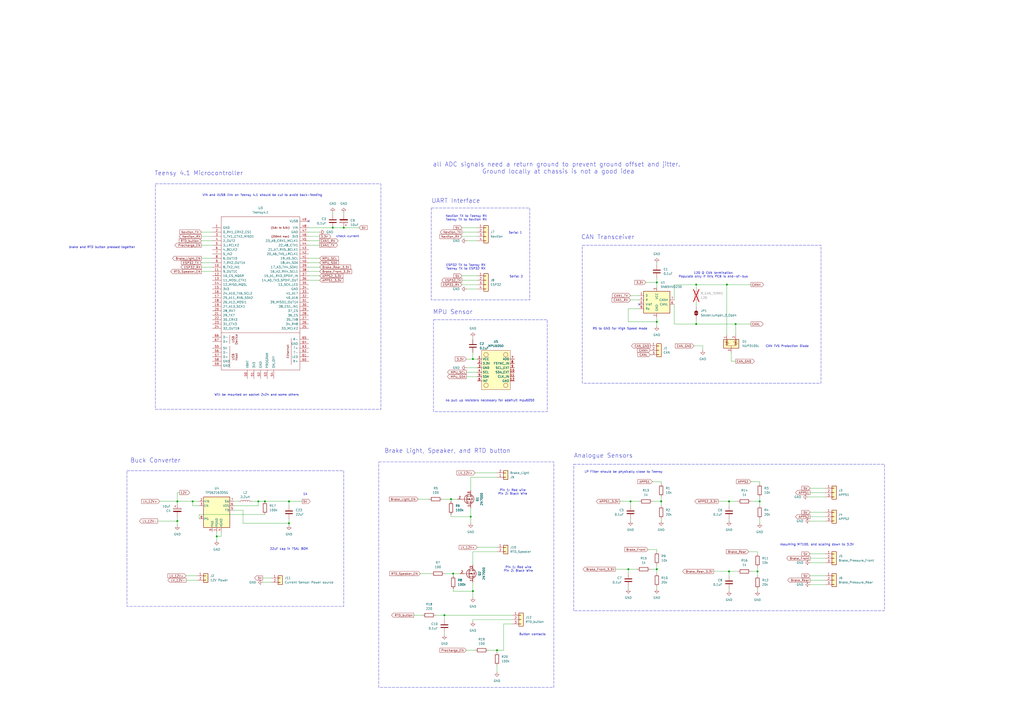
<source format=kicad_sch>
(kicad_sch (version 20250114) (generator "eeschema") (generator_version "9.0")
  (paper "A2")
  (rectangle (start 90.17 106.68) (end 220.98 237.49) (stroke (width 0) (type dash)))
  (rectangle (start 337.82 142.24) (end 476.25 222.25) (stroke (width 0) (type dash)))
  (rectangle (start 250.19 120.65) (end 307.34 173.99) (stroke (width 0) (type dash)))
  (rectangle (start 73.66 273.05) (end 199.39 351.79) (stroke (width 0) (type dash)))
  (rectangle (start 332.74 269.24) (end 513.08 354.33) (stroke (width 0) (type dash)))
  (rectangle (start 219.71 267.97) (end 321.31 398.78) (stroke (width 0) (type dash)))
  (rectangle (start 251.46 185.42) (end 317.5 238.76) (stroke (width 0) (type dash)))
  (text "brake and RTD button pressed together" (at 59.182 143.51 0) (effects (font (size 1.27 1.27))))
  (text "Nextion TX to Teensy RX\nTeensy TX to Nextion RX" (at 270.51 126.492 0) (effects (font (size 1.27 1.27))))
  (text "LP Filter should be physically close to Teensy" (at 361.696 273.812 0) (effects (font (size 1.27 1.27))))
  (text "RS to GND for High Speed mode" (at 359.664 190.754 0) (effects (font (size 1.27 1.27))))
  (text "120 Ω CAN termination\nPopulate only if this PCB is end-of-bus" (at 413.766 159.512 0) (effects (font (size 1.27 1.27))))
  (text "check current " (at 202.184 137.16 0) (effects (font (size 1.27 1.27))))
  (text "Brake Light, Speaker, and RTD button" (at 259.588 261.62 0) (effects (font (size 2.54 2.54))))
  (text "UART Interface" (at 264.414 116.586 0) (effects (font (size 2.54 2.54))))
  (text "Analogue Sensors" (at 350.012 264.414 0) (effects (font (size 2.54 2.54))))
  (text "Serial 1" (at 298.958 135.128 0) (effects (font (size 1.27 1.27))))
  (text "Button contacts" (at 308.864 368.046 0) (effects (font (size 1.27 1.27))))
  (text "MPU Sensor" (at 262.636 181.102 0) (effects (font (size 2.54 2.54))))
  (text "VIN and VUSB link on Teensy 4.1 should be cut to avoid back-feeding" (at 152.146 113.284 0) (effects (font (size 1.27 1.27))))
  (text "Serial 2" (at 299.466 160.528 0) (effects (font (size 1.27 1.27))))
  (text "no pull up resistors necessary for adafruit mpu6050" (at 284.226 232.41 0) (effects (font (size 1.27 1.27))))
  (text "22uF cap in TSAL BOM" (at 167.64 318.516 0) (effects (font (size 1.27 1.27))))
  (text "CAN TVS Protection Diode" (at 456.692 200.914 0) (effects (font (size 1.27 1.27))))
  (text "1A" (at 177.038 286.766 0) (effects (font (size 1.27 1.27))))
  (text "Will be mounted on socket 2x24 and some others" (at 148.844 229.108 0) (effects (font (size 1.27 1.27))))
  (text "Assuming M7100, and scaling down to 3.3V" (at 473.964 315.976 0) (effects (font (size 1.27 1.27))))
  (text "Pin 1: Red wire\nPin 2: Black Wire\n" (at 300.736 330.2 0) (effects (font (size 1.27 1.27))))
  (text "CAN Transceiver" (at 352.552 137.668 0) (effects (font (size 2.54 2.54))))
  (text "ESP32 TX to Teensy RX\nTeensy TX to ESP32 RX" (at 270.256 154.94 0) (effects (font (size 1.27 1.27))))
  (text "Teensy 4.1 Microcontroller" (at 115.316 100.584 0) (effects (font (size 2.54 2.54))))
  (text "Buck Converter" (at 90.17 267.208 0) (effects (font (size 2.54 2.54))))
  (text "Pin 1: Red wire\nPin 2: Black Wire\n" (at 297.434 285.496 0) (effects (font (size 1.27 1.27))))
  (text "all ADC signals need a return ground to prevent ground offset and jitter. \nGround locally at chassis is not a good idea" (at 323.85 97.536 0) (effects (font (size 2.54 2.54))))
  (junction (at 111.76 290.83))
  (junction (at 274.32 342.9))
  (junction (at 403.86 187.96))
  (junction (at 167.64 303.53))
  (junction (at 262.89 332.74))
  (junction (at 422.91 290.83))
  (junction (at 365.76 290.83))
  (junction (at 439.42 331.47))
  (junction (at 288.29 377.19))
  (junction (at 274.32 208.28))
  (junction (at 102.87 290.83))
  (junction (at 440.69 290.83))
  (junction (at 426.72 187.96))
  (junction (at 261.62 289.56))
  (junction (at 383.54 290.83))
  (junction (at 167.64 290.83))
  (junction (at 193.04 132.08))
  (junction (at 257.81 356.87))
  (junction (at 149.86 290.83))
  (junction (at 273.05 299.72))
  (junction (at 422.91 331.47))
  (junction (at 153.67 290.83))
  (junction (at 199.39 132.08))
  (junction (at 102.87 302.26))
  (junction (at 421.64 165.1))
  (junction (at 381 186.69))
  (junction (at 381 163.83))
  (junction (at 125.73 311.15))
  (junction (at 403.86 165.1))
  (junction (at 364.49 330.2))
  (junction (at 381 330.2))
  (no_connect (at 179.07 128.27))
  (no_connect (at 370.84 176.53))
  (wire (pts (xy 274.32 342.9) (xy 274.32 346.71)))
  (wire (pts (xy 407.67 200.66) (xy 407.67 203.2)))
  (wire (pts (xy 365.76 293.37) (xy 365.76 290.83)))
  (wire (pts (xy 179.07 142.24) (xy 185.42 142.24)))
  (wire (pts (xy 270.51 218.44) (xy 276.86 218.44)))
  (wire (pts (xy 440.69 279.4) (xy 440.69 280.67)))
  (wire (pts (xy 199.39 123.19) (xy 199.39 124.46)))
  (wire (pts (xy 424.18 209.55) (xy 426.72 209.55)))
  (wire (pts (xy 257.81 356.87) (xy 297.18 356.87)))
  (wire (pts (xy 364.49 332.74) (xy 364.49 330.2)))
  (wire (pts (xy 274.32 208.28) (xy 276.86 208.28)))
  (wire (pts (xy 440.69 288.29) (xy 440.69 290.83)))
  (wire (pts (xy 378.46 290.83) (xy 383.54 290.83)))
  (wire (pts (xy 179.07 149.86) (xy 185.42 149.86)))
  (wire (pts (xy 391.16 187.96) (xy 403.86 187.96)))
  (wire (pts (xy 179.07 160.02) (xy 185.42 160.02)))
  (wire (pts (xy 270.51 139.7) (xy 276.86 139.7)))
  (wire (pts (xy 273.05 294.64) (xy 273.05 299.72)))
  (wire (pts (xy 469.9 339.09) (xy 478.79 339.09)))
  (wire (pts (xy 434.34 320.04) (xy 439.42 320.04)))
  (wire (pts (xy 288.29 377.19) (xy 288.29 378.46)))
  (wire (pts (xy 257.81 332.74) (xy 262.89 332.74)))
  (wire (pts (xy 115.57 298.45) (xy 153.67 298.45)))
  (wire (pts (xy 273.05 276.86) (xy 288.29 276.86)))
  (wire (pts (xy 422.91 300.99) (xy 422.91 302.26)))
  (wire (pts (xy 402.59 200.66) (xy 407.67 200.66)))
  (wire (pts (xy 270.51 213.36) (xy 276.86 213.36)))
  (wire (pts (xy 270.51 377.19) (xy 275.59 377.19)))
  (wire (pts (xy 125.73 311.15) (xy 125.73 313.69)))
  (wire (pts (xy 274.32 204.47) (xy 274.32 208.28)))
  (wire (pts (xy 115.57 293.37) (xy 111.76 293.37)))
  (wire (pts (xy 179.07 154.94) (xy 185.42 154.94)))
  (wire (pts (xy 146.05 290.83) (xy 149.86 290.83)))
  (wire (pts (xy 469.9 323.85) (xy 478.79 323.85)))
  (wire (pts (xy 403.86 175.26) (xy 403.86 177.8)))
  (wire (pts (xy 179.07 157.48) (xy 185.42 157.48)))
  (wire (pts (xy 116.84 149.86) (xy 123.19 149.86)))
  (wire (pts (xy 267.97 165.1) (xy 276.86 165.1)))
  (wire (pts (xy 135.89 290.83) (xy 138.43 290.83)))
  (wire (pts (xy 274.32 195.58) (xy 274.32 196.85)))
  (wire (pts (xy 403.86 165.1) (xy 403.86 167.64)))
  (wire (pts (xy 240.03 356.87) (xy 245.11 356.87)))
  (wire (pts (xy 179.07 137.16) (xy 185.42 137.16)))
  (wire (pts (xy 261.62 289.56) (xy 261.62 290.83)))
  (wire (pts (xy 179.07 152.4) (xy 185.42 152.4)))
  (wire (pts (xy 274.32 327.66) (xy 274.32 320.04)))
  (wire (pts (xy 252.73 356.87) (xy 257.81 356.87)))
  (wire (pts (xy 149.86 293.37) (xy 149.86 290.83)))
  (wire (pts (xy 128.27 308.61) (xy 128.27 311.15)))
  (wire (pts (xy 381 152.4) (xy 381 153.67)))
  (wire (pts (xy 364.49 330.2) (xy 369.57 330.2)))
  (wire (pts (xy 403.86 187.96) (xy 426.72 187.96)))
  (wire (pts (xy 262.89 342.9) (xy 274.32 342.9)))
  (wire (pts (xy 381 184.15) (xy 381 186.69)))
  (wire (pts (xy 267.97 160.02) (xy 276.86 160.02)))
  (wire (pts (xy 262.89 332.74) (xy 266.7 332.74)))
  (wire (pts (xy 381 318.77) (xy 381 320.04)))
  (wire (pts (xy 274.32 337.82) (xy 274.32 342.9)))
  (wire (pts (xy 381 186.69) (xy 381 189.23)))
  (wire (pts (xy 107.95 334.01) (xy 114.3 334.01)))
  (wire (pts (xy 261.62 299.72) (xy 273.05 299.72)))
  (wire (pts (xy 128.27 311.15) (xy 125.73 311.15)))
  (wire (pts (xy 193.04 123.19) (xy 193.04 124.46)))
  (wire (pts (xy 422.91 331.47) (xy 427.99 331.47)))
  (wire (pts (xy 469.9 297.18) (xy 478.79 297.18)))
  (wire (pts (xy 167.64 300.99) (xy 167.64 303.53)))
  (wire (pts (xy 267.97 134.62) (xy 276.86 134.62)))
  (wire (pts (xy 439.42 328.93) (xy 439.42 331.47)))
  (wire (pts (xy 116.84 152.4) (xy 123.19 152.4)))
  (wire (pts (xy 469.9 285.75) (xy 478.79 285.75)))
  (wire (pts (xy 274.32 360.68) (xy 274.32 359.41)))
  (wire (pts (xy 167.64 290.83) (xy 153.67 290.83)))
  (wire (pts (xy 185.42 162.56) (xy 179.07 162.56)))
  (wire (pts (xy 292.1 361.95) (xy 297.18 361.95)))
  (wire (pts (xy 102.87 299.72) (xy 102.87 302.26)))
  (wire (pts (xy 469.9 283.21) (xy 478.79 283.21)))
  (wire (pts (xy 383.54 300.99) (xy 383.54 302.26)))
  (wire (pts (xy 257.81 359.41) (xy 257.81 356.87)))
  (wire (pts (xy 179.07 132.08) (xy 193.04 132.08)))
  (wire (pts (xy 381 330.2) (xy 381 332.74)))
  (wire (pts (xy 365.76 171.45) (xy 370.84 171.45)))
  (wire (pts (xy 288.29 377.19) (xy 292.1 377.19)))
  (wire (pts (xy 422.91 334.01) (xy 422.91 331.47)))
  (wire (pts (xy 135.89 295.91) (xy 140.97 295.91)))
  (wire (pts (xy 426.72 187.96) (xy 426.72 194.31)))
  (wire (pts (xy 383.54 279.4) (xy 383.54 280.67)))
  (wire (pts (xy 167.64 293.37) (xy 167.64 290.83)))
  (wire (pts (xy 383.54 290.83) (xy 383.54 293.37)))
  (wire (pts (xy 364.49 179.07) (xy 364.49 186.69)))
  (wire (pts (xy 440.69 290.83) (xy 440.69 293.37)))
  (wire (pts (xy 267.97 132.08) (xy 276.86 132.08)))
  (wire (pts (xy 439.42 320.04) (xy 439.42 321.31)))
  (wire (pts (xy 365.76 290.83) (xy 370.84 290.83)))
  (wire (pts (xy 273.05 299.72) (xy 273.05 303.53)))
  (wire (pts (xy 115.57 298.45) (xy 115.57 300.99)))
  (wire (pts (xy 469.9 334.01) (xy 478.79 334.01)))
  (wire (pts (xy 167.64 290.83) (xy 175.26 290.83)))
  (wire (pts (xy 365.76 173.99) (xy 370.84 173.99)))
  (wire (pts (xy 364.49 340.36) (xy 364.49 341.63)))
  (wire (pts (xy 167.64 303.53) (xy 167.64 304.8)))
  (wire (pts (xy 267.97 137.16) (xy 276.86 137.16)))
  (wire (pts (xy 102.87 285.75) (xy 102.87 290.83)))
  (wire (pts (xy 140.97 303.53) (xy 167.64 303.53)))
  (wire (pts (xy 391.16 173.99) (xy 391.16 165.1)))
  (wire (pts (xy 116.84 142.24) (xy 123.19 142.24)))
  (wire (pts (xy 381 340.36) (xy 381 341.63)))
  (wire (pts (xy 116.84 154.94) (xy 123.19 154.94)))
  (wire (pts (xy 435.61 331.47) (xy 439.42 331.47)))
  (wire (pts (xy 274.32 359.41) (xy 297.18 359.41)))
  (wire (pts (xy 102.87 290.83) (xy 111.76 290.83)))
  (wire (pts (xy 469.9 302.26) (xy 478.79 302.26)))
  (wire (pts (xy 383.54 288.29) (xy 383.54 290.83)))
  (wire (pts (xy 135.89 293.37) (xy 149.86 293.37)))
  (wire (pts (xy 91.44 302.26) (xy 102.87 302.26)))
  (wire (pts (xy 273.05 284.48) (xy 273.05 276.86)))
  (wire (pts (xy 370.84 179.07) (xy 364.49 179.07)))
  (wire (pts (xy 257.81 367.03) (xy 257.81 368.3)))
  (wire (pts (xy 356.87 330.2) (xy 364.49 330.2)))
  (wire (pts (xy 391.16 165.1) (xy 403.86 165.1)))
  (wire (pts (xy 435.61 279.4) (xy 440.69 279.4)))
  (wire (pts (xy 439.42 331.47) (xy 439.42 334.01)))
  (wire (pts (xy 292.1 377.19) (xy 292.1 361.95)))
  (wire (pts (xy 262.89 342.9) (xy 262.89 341.63)))
  (wire (pts (xy 378.46 279.4) (xy 383.54 279.4)))
  (wire (pts (xy 102.87 292.1) (xy 102.87 290.83)))
  (wire (pts (xy 435.61 290.83) (xy 440.69 290.83)))
  (wire (pts (xy 469.9 326.39) (xy 478.79 326.39)))
  (wire (pts (xy 152.4 335.28) (xy 157.48 335.28)))
  (wire (pts (xy 270.51 215.9) (xy 276.86 215.9)))
  (wire (pts (xy 152.4 337.82) (xy 157.48 337.82)))
  (wire (pts (xy 381 327.66) (xy 381 330.2)))
  (wire (pts (xy 276.86 317.5) (xy 288.29 317.5)))
  (wire (pts (xy 403.86 187.96) (xy 403.86 185.42)))
  (wire (pts (xy 92.71 290.83) (xy 102.87 290.83)))
  (wire (pts (xy 421.64 165.1) (xy 421.64 194.31)))
  (wire (pts (xy 261.62 289.56) (xy 265.43 289.56)))
  (wire (pts (xy 111.76 290.83) (xy 115.57 290.83)))
  (wire (pts (xy 403.86 165.1) (xy 421.64 165.1)))
  (wire (pts (xy 149.86 290.83) (xy 153.67 290.83)))
  (wire (pts (xy 102.87 302.26) (xy 102.87 304.8)))
  (wire (pts (xy 270.51 167.64) (xy 276.86 167.64)))
  (wire (pts (xy 424.18 204.47) (xy 424.18 209.55)))
  (wire (pts (xy 469.9 321.31) (xy 478.79 321.31)))
  (wire (pts (xy 116.84 137.16) (xy 123.19 137.16)))
  (wire (pts (xy 426.72 187.96) (xy 435.61 187.96)))
  (wire (pts (xy 364.49 186.69) (xy 381 186.69)))
  (wire (pts (xy 242.57 289.56) (xy 248.92 289.56)))
  (wire (pts (xy 359.41 290.83) (xy 365.76 290.83)))
  (wire (pts (xy 374.65 163.83) (xy 381 163.83)))
  (wire (pts (xy 440.69 300.99) (xy 440.69 303.53)))
  (wire (pts (xy 256.54 289.56) (xy 261.62 289.56)))
  (wire (pts (xy 414.02 331.47) (xy 422.91 331.47)))
  (wire (pts (xy 179.07 139.7) (xy 185.42 139.7)))
  (wire (pts (xy 468.63 288.29) (xy 478.79 288.29)))
  (wire (pts (xy 365.76 300.99) (xy 365.76 302.26)))
  (wire (pts (xy 469.9 299.72) (xy 478.79 299.72)))
  (wire (pts (xy 288.29 389.89) (xy 288.29 386.08)))
  (wire (pts (xy 422.91 293.37) (xy 422.91 290.83)))
  (wire (pts (xy 275.59 274.32) (xy 288.29 274.32)))
  (wire (pts (xy 261.62 299.72) (xy 261.62 298.45)))
  (wire (pts (xy 140.97 295.91) (xy 140.97 303.53)))
  (wire (pts (xy 199.39 132.08) (xy 208.28 132.08)))
  (wire (pts (xy 377.19 330.2) (xy 381 330.2)))
  (wire (pts (xy 107.95 336.55) (xy 114.3 336.55)))
  (wire (pts (xy 270.51 208.28) (xy 274.32 208.28)))
  (wire (pts (xy 283.21 377.19) (xy 288.29 377.19)))
  (wire (pts (xy 274.32 320.04) (xy 288.29 320.04)))
  (wire (pts (xy 193.04 132.08) (xy 199.39 132.08)))
  (wire (pts (xy 469.9 336.55) (xy 478.79 336.55)))
  (wire (pts (xy 381 163.83) (xy 381 166.37)))
  (wire (pts (xy 421.64 165.1) (xy 435.61 165.1)))
  (wire (pts (xy 375.92 318.77) (xy 381 318.77)))
  (wire (pts (xy 439.42 341.63) (xy 439.42 342.9)))
  (wire (pts (xy 267.97 162.56) (xy 276.86 162.56)))
  (wire (pts (xy 416.56 290.83) (xy 422.91 290.83)))
  (wire (pts (xy 381 161.29) (xy 381 163.83)))
  (wire (pts (xy 116.84 157.48) (xy 123.19 157.48)))
  (wire (pts (xy 391.16 176.53) (xy 391.16 187.96)))
  (wire (pts (xy 243.84 332.74) (xy 250.19 332.74)))
  (wire (pts (xy 125.73 308.61) (xy 125.73 311.15)))
  (wire (pts (xy 422.91 341.63) (xy 422.91 342.9)))
  (wire (pts (xy 179.07 134.62) (xy 185.42 134.62)))
  (wire (pts (xy 104.14 285.75) (xy 102.87 285.75)))
  (wire (pts (xy 116.84 134.62) (xy 123.19 134.62)))
  (wire (pts (xy 111.76 293.37) (xy 111.76 290.83)))
  (wire (pts (xy 116.84 139.7) (xy 123.19 139.7)))
  (wire (pts (xy 422.91 290.83) (xy 427.99 290.83)))
  (wire (pts (xy 262.89 332.74) (xy 262.89 334.01)))
  (global_label "APPS2" (shape input) (at 435.61 279.4 180) (property "Intersheetrefs" "${INTERSHEET_REFS}" (effects (hide yes))))
  (global_label "MPU_SCL" (shape output) (at 270.51 215.9 180) (property "Intersheetrefs" "${INTERSHEET_REFS}" (effects (hide yes))))
  (global_label "APPS2_3.3V" (shape input) (at 185.42 160.02 0) (property "Intersheetrefs" "${INTERSHEET_REFS}" (effects (hide yes))))
  (global_label "Precharge_EN" (shape output) (at 116.84 142.24 180) (property "Intersheetrefs" "${INTERSHEET_REFS}" (effects (hide yes))))
  (global_label "APPS2" (shape output) (at 469.9 299.72 180) (property "Intersheetrefs" "${INTERSHEET_REFS}" (effects (hide yes))))
  (global_label "APPS1_3.3V" (shape output) (at 359.41 290.83 180) (property "Intersheetrefs" "${INTERSHEET_REFS}" (effects (hide yes))))
  (global_label "CANL" (shape input) (at 377.19 205.74 180) (property "Intersheetrefs" "${INTERSHEET_REFS}" (effects (hide yes))))
  (global_label "3.3V" (shape output) (at 185.42 137.16 0) (property "Intersheetrefs" "${INTERSHEET_REFS}" (effects (hide yes))))
  (global_label "LV_12V+" (shape input) (at 275.59 274.32 180) (property "Intersheetrefs" "${INTERSHEET_REFS}" (effects (hide yes))))
  (global_label "CAN_GND" (shape input) (at 402.59 200.66 180) (property "Intersheetrefs" "${INTERSHEET_REFS}" (effects (hide yes))))
  (global_label "5V" (shape input) (at 469.9 283.21 180) (property "Intersheetrefs" "${INTERSHEET_REFS}" (effects (hide yes))))
  (global_label "LV_12V+" (shape input) (at 276.86 317.5 180) (property "Intersheetrefs" "${INTERSHEET_REFS}" (effects (hide yes))))
  (global_label "ESP32_RX" (shape output) (at 116.84 154.94 180) (property "Intersheetrefs" "${INTERSHEET_REFS}" (effects (hide yes))))
  (global_label "APPS2_3.3V" (shape output) (at 416.56 290.83 180) (property "Intersheetrefs" "${INTERSHEET_REFS}" (effects (hide yes))))
  (global_label "Brake_Front" (shape input) (at 375.92 318.77 180) (property "Intersheetrefs" "${INTERSHEET_REFS}" (effects (hide yes))))
  (global_label "LV_12V-" (shape output) (at 107.95 336.55 180) (property "Intersheetrefs" "${INTERSHEET_REFS}" (effects (hide yes))))
  (global_label "LV_12V+" (shape input) (at 92.71 290.83 180) (property "Intersheetrefs" "${INTERSHEET_REFS}" (effects (hide yes))))
  (global_label "5V" (shape input) (at 469.9 297.18 180) (property "Intersheetrefs" "${INTERSHEET_REFS}" (effects (hide yes))))
  (global_label "MPU_SCL" (shape input) (at 185.42 149.86 0) (property "Intersheetrefs" "${INTERSHEET_REFS}" (effects (hide yes))))
  (global_label "5V" (shape output) (at 152.4 335.28 180) (property "Intersheetrefs" "${INTERSHEET_REFS}" (effects (hide yes))))
  (global_label "LV_12V-" (shape output) (at 91.44 302.26 180) (property "Intersheetrefs" "${INTERSHEET_REFS}" (effects (hide yes))))
  (global_label "Brake_Rear" (shape output) (at 469.9 336.55 180) (property "Intersheetrefs" "${INTERSHEET_REFS}" (effects (hide yes))))
  (global_label "Nextion_TX" (shape input) (at 116.84 134.62 180) (property "Intersheetrefs" "${INTERSHEET_REFS}" (effects (hide yes))))
  (global_label "Brake_Light_EN" (shape output) (at 116.84 149.86 180) (property "Intersheetrefs" "${INTERSHEET_REFS}" (effects (hide yes))))
  (global_label "Brake_Rear" (shape input) (at 434.34 320.04 180) (property "Intersheetrefs" "${INTERSHEET_REFS}" (effects (hide yes))))
  (global_label "ESP32_TX" (shape output) (at 267.97 162.56 180) (property "Intersheetrefs" "${INTERSHEET_REFS}" (effects (hide yes))))
  (global_label "MPU_SDA" (shape input) (at 185.42 152.4 0) (property "Intersheetrefs" "${INTERSHEET_REFS}" (effects (hide yes))))
  (global_label "12V" (shape output) (at 104.14 285.75 0) (property "Intersheetrefs" "${INTERSHEET_REFS}" (effects (hide yes))))
  (global_label "ESP32_RX" (shape input) (at 267.97 165.1 180) (property "Intersheetrefs" "${INTERSHEET_REFS}" (effects (hide yes))))
  (global_label "Brake_Rear_3.3V" (shape output) (at 414.02 331.47 180) (property "Intersheetrefs" "${INTERSHEET_REFS}" (effects (hide yes))))
  (global_label "5V" (shape output) (at 175.26 290.83 0) (property "Intersheetrefs" "${INTERSHEET_REFS}" (effects (hide yes))))
  (global_label "CANL" (shape output) (at 435.61 187.96 0) (property "Intersheetrefs" "${INTERSHEET_REFS}" (effects (hide yes))))
  (global_label "CAN1_TX" (shape input) (at 365.76 171.45 180) (property "Intersheetrefs" "${INTERSHEET_REFS}" (effects (hide yes))))
  (global_label "MPU_SDA" (shape output) (at 270.51 218.44 180) (property "Intersheetrefs" "${INTERSHEET_REFS}" (effects (hide yes))))
  (global_label "3.3V" (shape input) (at 270.51 208.28 180) (property "Intersheetrefs" "${INTERSHEET_REFS}" (effects (hide yes))))
  (global_label "Brake_Front" (shape output) (at 469.9 323.85 180) (property "Intersheetrefs" "${INTERSHEET_REFS}" (effects (hide yes))))
  (global_label "Nextion_TX" (shape output) (at 267.97 134.62 180) (property "Intersheetrefs" "${INTERSHEET_REFS}" (effects (hide yes))))
  (global_label "Brake_Light_EN" (shape input) (at 242.57 289.56 180) (property "Intersheetrefs" "${INTERSHEET_REFS}" (effects (hide yes))))
  (global_label "Brake_Front_3.3V" (shape output) (at 356.87 330.2 180) (property "Intersheetrefs" "${INTERSHEET_REFS}" (effects (hide yes))))
  (global_label "ESP32_TX" (shape input) (at 116.84 152.4 180) (property "Intersheetrefs" "${INTERSHEET_REFS}" (effects (hide yes))))
  (global_label "RTD_Speaker_EN" (shape input) (at 243.84 332.74 180) (property "Intersheetrefs" "${INTERSHEET_REFS}" (effects (hide yes))))
  (global_label "RTD_button" (shape output) (at 240.03 356.87 180) (property "Intersheetrefs" "${INTERSHEET_REFS}" (effects (hide yes))))
  (global_label "CANH" (shape input) (at 377.19 203.2 180) (property "Intersheetrefs" "${INTERSHEET_REFS}" (effects (hide yes))))
  (global_label "5V" (shape input) (at 267.97 160.02 180) (property "Intersheetrefs" "${INTERSHEET_REFS}" (effects (hide yes))))
  (global_label "APPS1" (shape input) (at 378.46 279.4 180) (property "Intersheetrefs" "${INTERSHEET_REFS}" (effects (hide yes))))
  (global_label "Brake_Front_3.3V" (shape input) (at 185.42 157.48 0) (property "Intersheetrefs" "${INTERSHEET_REFS}" (effects (hide yes))))
  (global_label "CAN_GND" (shape output) (at 377.19 200.66 180) (property "Intersheetrefs" "${INTERSHEET_REFS}" (effects (hide yes))))
  (global_label "RTD_Speaker_EN" (shape output) (at 116.84 157.48 180) (property "Intersheetrefs" "${INTERSHEET_REFS}" (effects (hide yes))))
  (global_label "Nextion_RX" (shape output) (at 116.84 137.16 180) (property "Intersheetrefs" "${INTERSHEET_REFS}" (effects (hide yes))))
  (global_label "5V" (shape input) (at 469.9 321.31 180) (property "Intersheetrefs" "${INTERSHEET_REFS}" (effects (hide yes))))
  (global_label "CAN1_TX" (shape output) (at 185.42 142.24 0) (property "Intersheetrefs" "${INTERSHEET_REFS}" (effects (hide yes))))
  (global_label "CAN1_RX" (shape input) (at 365.76 173.99 180) (property "Intersheetrefs" "${INTERSHEET_REFS}" (effects (hide yes))))
  (global_label "CAN1_RX" (shape output) (at 185.42 139.7 0) (property "Intersheetrefs" "${INTERSHEET_REFS}" (effects (hide yes))))
  (global_label "5V" (shape input) (at 267.97 132.08 180) (property "Intersheetrefs" "${INTERSHEET_REFS}" (effects (hide yes))))
  (global_label "APPS1_3.3V" (shape input) (at 185.42 162.56 0) (property "Intersheetrefs" "${INTERSHEET_REFS}" (effects (hide yes))))
  (global_label "CANH" (shape output) (at 435.61 165.1 0) (property "Intersheetrefs" "${INTERSHEET_REFS}" (effects (hide yes))))
  (global_label "3.3V" (shape input) (at 374.65 163.83 180) (property "Intersheetrefs" "${INTERSHEET_REFS}" (effects (hide yes))))
  (global_label "RTD_button" (shape input) (at 116.84 139.7 180) (property "Intersheetrefs" "${INTERSHEET_REFS}" (effects (hide yes))))
  (global_label "LV_12V+" (shape input) (at 107.95 334.01 180) (property "Intersheetrefs" "${INTERSHEET_REFS}" (effects (hide yes))))
  (global_label "Nextion_RX" (shape input) (at 267.97 137.16 180) (property "Intersheetrefs" "${INTERSHEET_REFS}" (effects (hide yes))))
  (global_label "APPS1" (shape output) (at 469.9 285.75 180) (property "Intersheetrefs" "${INTERSHEET_REFS}" (effects (hide yes))))
  (global_label "CAN_GND" (shape output) (at 426.72 209.55 0) (property "Intersheetrefs" "${INTERSHEET_REFS}" (effects (hide yes))))
  (global_label "5V" (shape input) (at 208.28 132.08 0) (property "Intersheetrefs" "${INTERSHEET_REFS}" (effects (hide yes))))
  (global_label "Precharge_EN" (shape input) (at 270.51 377.19 180) (property "Intersheetrefs" "${INTERSHEET_REFS}" (effects (hide yes))))
  (global_label "Brake_Rear_3.3V" (shape input) (at 185.42 154.94 0) (property "Intersheetrefs" "${INTERSHEET_REFS}" (effects (hide yes))))
  (global_label "5V" (shape input) (at 469.9 334.01 180) (property "Intersheetrefs" "${INTERSHEET_REFS}" (effects (hide yes))))
  (symbol (lib_id "power:GND") (at 422.91 342.9 0) (unit 1)
    (property "Reference" "#PWR024" (effects (hide yes)))
    (property "Value" "GND" (at 422.91 347.98 0))
    (property "Description" "Power symbol creates a global label with name \"GND\" , ground" (effects (hide yes)))
  )
  (symbol (lib_id "Connector_Generic:Conn_01x04") (at 281.94 162.56 0) (unit 1)
    (property "Reference" "J8" (at 284.48 162.5599 0) (effects (justify left)))
    (property "Value" "ESP32" (at 284.48 165.0999 0) (effects (justify left)))
    (property "Footprint" "Connector_JST:JST_XH_B4B-XH-A_1x04_P2.50mm_Vertical" (effects (hide yes)))
    (property "Datasheet" "https://www.jst-mfg.com/product/pdf/eng/eXH.pdf" (effects (hide yes)))
    (property "Description" "Generic connector, single row, 01x04, script generated (kicad-library-utils/schlib/autogen/connector/)" (effects (hide yes)))
    (property "Part Number" "B4B-XH-A" (effects (hide yes)))
  )
  (symbol (lib_id "Device:R") (at 261.62 294.64 180) (unit 1)
    (property "Reference" "R6" (at 264.16 293.3699 0) (effects (justify right)))
    (property "Value" "100k" (at 264.16 295.9099 0) (effects (justify right)))
    (property "Footprint" "Resistor_THT:R_Axial_DIN0207_L6.3mm_D2.5mm_P10.16mm_Horizontal" (effects (hide yes)))
    (property "Datasheet" "https://www.farnell.com/datasheets/3436052.pdf?_gl=1*1pxxutc*_gcl_au*OTY1ODIxNDc3LjE3MzU0MDg2OTk" (effects (hide yes)))
    (property "Description" "Resistor" (effects (hide yes)))
    (property "Part Number" "MCF 0.25W 100K" (effects (hide yes)))
  )
  (symbol (lib_id "power:GND") (at 125.73 313.69 0) (unit 1)
    (property "Reference" "#PWR026" (effects (hide yes)))
    (property "Value" "GND" (at 125.73 318.77 0))
    (property "Description" "Power symbol creates a global label with name \"GND\" , ground" (effects (hide yes)))
  )
  (symbol (lib_id "power:GND") (at 381 341.63 0) (unit 1)
    (property "Reference" "#PWR019" (effects (hide yes)))
    (property "Value" "GND" (at 381 346.71 0))
    (property "Description" "Power symbol creates a global label with name \"GND\" , ground" (effects (hide yes)))
  )
  (symbol (lib_id "Connector_Generic:Conn_01x02") (at 162.56 335.28 0) (unit 1)
    (property "Reference" "J11" (at 165.1 335.2799 0) (effects (justify left)))
    (property "Value" "Current Sensor Power source" (at 165.1 337.8199 0) (effects (justify left)))
    (property "Footprint" "Connector_JST:JST_XH_B2B-XH-A_1x02_P2.50mm_Vertical" (effects (hide yes)))
    (property "Datasheet" "https://www.jst-mfg.com/product/pdf/eng/eXH.pdf" (effects (hide yes)))
    (property "Description" "Generic connector, single row, 01x02, script generated (kicad-library-utils/schlib/autogen/connector/)" (effects (hide yes)))
    (property "Part Number" "B2B-XH-A" (effects (hide yes)))
  )
  (symbol (lib_id "Device:C") (at 365.76 297.18 0) (mirror y) (unit 1)
    (property "Reference" "C5" (at 361.95 295.9099 0) (effects (justify left)))
    (property "Value" "0.1uF" (at 361.95 298.4499 0) (effects (justify left)))
    (property "Footprint" "FA14_Capacitor:FA18X7R1H104KNU00" (effects (hide yes)))
    (property "Datasheet" "http://www.farnell.com/datasheets/2923220.pdf" (effects (hide yes)))
    (property "Description" "Unpolarized capacitor" (effects (hide yes)))
  )
  (symbol (lib_id "power:GND") (at 270.51 167.64 270) (unit 1)
    (property "Reference" "#PWR05" (effects (hide yes)))
    (property "Value" "GND" (at 266.7 167.6399 90) (effects (justify right)))
    (property "Description" "Power symbol creates a global label with name \"GND\" , ground" (effects (hide yes)))
  )
  (symbol (lib_id "power:GND") (at 193.04 123.19 0) (mirror x) (unit 1)
    (property "Reference" "#PWR014" (effects (hide yes)))
    (property "Value" "GND" (at 193.04 118.11 0))
    (property "Description" "Power symbol creates a global label with name \"GND\" , ground" (effects (hide yes)))
  )
  (symbol (lib_id "Device:R") (at 262.89 337.82 180) (unit 1)
    (property "Reference" "R8" (at 265.43 336.5499 0) (effects (justify right)))
    (property "Value" "100k" (at 265.43 339.0899 0) (effects (justify right)))
    (property "Footprint" "Resistor_THT:R_Axial_DIN0207_L6.3mm_D2.5mm_P10.16mm_Horizontal" (effects (hide yes)))
    (property "Datasheet" "https://www.farnell.com/datasheets/3436052.pdf?_gl=1*1pxxutc*_gcl_au*OTY1ODIxNDc3LjE3MzU0MDg2OTk" (effects (hide yes)))
    (property "Description" "Resistor" (effects (hide yes)))
    (property "Part Number" "MCF 0.25W 100K" (effects (hide yes)))
  )
  (symbol (lib_id "power:GND") (at 469.9 302.26 270) (unit 1)
    (property "Reference" "#PWR08" (effects (hide yes)))
    (property "Value" "GND" (at 466.09 302.2599 90) (effects (justify right)))
    (property "Description" "Power symbol creates a global label with name \"GND\" , ground" (effects (hide yes)))
  )
  (symbol (lib_id "Device:R") (at 431.8 290.83 90) (unit 1)
    (property "Reference" "R14" (at 431.8 284.48 90))
    (property "Value" "1k" (at 431.8 287.02 90))
    (property "Footprint" "Resistor_THT:R_Axial_DIN0207_L6.3mm_D2.5mm_P10.16mm_Horizontal" (effects (hide yes)))
    (property "Datasheet" "https://www.farnell.com/datasheets/3436052.pdf?_gl=1*1pxxutc*_gcl_au*OTY1ODIxNDc3LjE3MzU0MDg2OTk" (effects (hide yes)))
    (property "Description" "Resistor" (effects (hide yes)))
    (property "Part Number" "MCF 0.25W 1K" (effects (hide yes)))
  )
  (symbol (lib_id "power:GND") (at 270.51 213.36 270) (unit 1)
    (property "Reference" "#PWR012" (effects (hide yes)))
    (property "Value" "GND" (at 266.7 213.3599 90) (effects (justify right)))
    (property "Description" "Power symbol creates a global label with name \"GND\" , ground" (effects (hide yes)))
  )
  (symbol (lib_id "Jumper:SolderJumper_2_Open") (at 403.86 181.61 90) (unit 1) (in_bom no)
    (property "Reference" "JP1" (at 406.4 180.3399 90) (effects (justify right)))
    (property "Value" "SolderJumper_2_Open" (at 406.4 182.8799 90) (effects (justify right)))
    (property "Footprint" "Jumper:SolderJumper-2_P1.3mm_Open_Pad1.0x1.5mm" (effects (hide yes)))
    (property "Description" "Solder Jumper, 2-pole, open" (effects (hide yes)))
  )
  (symbol (lib_id "power:GND") (at 274.32 195.58 180) (unit 1)
    (property "Reference" "#PWR013" (effects (hide yes)))
    (property "Value" "GND" (at 274.32 190.5 0))
    (property "Description" "Power symbol creates a global label with name \"GND\" , ground" (effects (hide yes)))
  )
  (symbol (lib_id "power:GND") (at 407.67 203.2 0) (unit 1)
    (property "Reference" "#PWR03" (effects (hide yes)))
    (property "Value" "GND" (at 407.67 208.28 0))
    (property "Description" "Power symbol creates a global label with name \"GND\" , ground" (effects (hide yes)))
  )
  (symbol (lib_id "Device:R") (at 440.69 297.18 0) (unit 1)
    (property "Reference" "R4" (at 443.23 295.9099 0) (effects (justify left)))
    (property "Value" "20k" (at 443.23 298.4499 0) (effects (justify left)))
    (property "Footprint" "Resistor_THT:R_Axial_DIN0207_L6.3mm_D2.5mm_P10.16mm_Horizontal" (effects (hide yes)))
    (property "Datasheet" "https://www.mouser.ie/datasheet/2/447/YAGEO_CFR_datasheet_2023v2-3388672.pdf" (effects (hide yes)))
    (property "Description" "Resistor" (effects (hide yes)))
    (property "Part Number" "CFR25SJT-52A20K" (effects (hide yes)))
  )
  (symbol (lib_id "Connector_Generic:Conn_01x02") (at 119.38 334.01 0) (unit 1)
    (property "Reference" "J2" (at 121.92 334.0099 0) (effects (justify left)))
    (property "Value" "12V Power" (at 121.92 336.5499 0) (effects (justify left)))
    (property "Footprint" "Connector_JST:JST_XH_B2B-XH-A_1x02_P2.50mm_Vertical" (effects (hide yes)))
    (property "Datasheet" "https://www.jst-mfg.com/product/pdf/eng/eXH.pdf" (effects (hide yes)))
    (property "Description" "Generic connector, single row, 01x02, script generated (kicad-library-utils/schlib/autogen/connector/)" (effects (hide yes)))
    (property "Part Number" "B2B-XH-A" (effects (hide yes)))
  )
  (symbol (lib_id "Device:R") (at 254 332.74 90) (unit 1)
    (property "Reference" "R7" (at 254 326.39 90))
    (property "Value" "100" (at 254 328.93 90))
    (property "Footprint" "Resistor_THT:R_Axial_DIN0207_L6.3mm_D2.5mm_P10.16mm_Horizontal" (effects (hide yes)))
    (property "Datasheet" "https://www.farnell.com/datasheets/3436052.pdf?_gl=1*1pxxutc*_gcl_au*OTY1ODIxNDc3LjE3MzU0MDg2OTk" (effects (hide yes)))
    (property "Description" "Resistor" (effects (hide yes)))
    (property "Part Number" "MCF 0.25W 100" (effects (hide yes)))
  )
  (symbol (lib_id "Device:C_Polarized") (at 102.87 295.91 0) (unit 1)
    (property "Reference" "C4" (at 99.06 296.2911 0) (effects (justify right)))
    (property "Value" "10uF" (at 99.06 293.7511 0) (effects (justify right)))
    (property "Footprint" "Capacitor_THT:CP_Radial_D5.0mm_P2.50mm" (effects (hide yes)))
    (property "Datasheet" "https://industrial.panasonic.com/cdbs/www-data/pdf/RDF0000/ABA0000C1050.pdf" (effects (hide yes)))
    (property "Description" "Polarized capacitor" (effects (hide yes)))
    (property "Part Number" "ECE-A1EKA100I" (effects (hide yes)))
  )
  (symbol (lib_id "teensy:Teensy4.1") (at 151.13 186.69 0) (unit 1)
    (property "Reference" "U3" (at 151.13 120.65 0))
    (property "Value" "Teensy4.1" (at 151.13 123.19 0))
    (property "Footprint" "teensy.pretty-master:Teensy41" (effects (hide yes)))
  )
  (symbol (lib_id "power:GND") (at 185.42 134.62 90) (unit 1)
    (property "Reference" "#PWR04" (effects (hide yes)))
    (property "Value" "GND" (at 189.23 134.6199 90) (effects (justify right)))
    (property "Description" "Power symbol creates a global label with name \"GND\" , ground" (effects (hide yes)))
  )
  (symbol (lib_id "power:GND") (at 469.9 339.09 270) (unit 1)
    (property "Reference" "#PWR018" (effects (hide yes)))
    (property "Value" "GND" (at 466.09 339.0899 90) (effects (justify right)))
    (property "Description" "Power symbol creates a global label with name \"GND\" , ground" (effects (hide yes)))
  )
  (symbol (lib_id "Connector_Generic:Conn_01x03") (at 483.87 323.85 0) (unit 1)
    (property "Reference" "J5" (at 486.41 322.5799 0) (effects (justify left)))
    (property "Value" "Brake_Pressure_Front" (at 486.41 325.1199 0) (effects (justify left)))
    (property "Footprint" "Connector_JST:JST_XH_B3B-XH-A_1x03_P2.50mm_Vertical" (effects (hide yes)))
    (property "Datasheet" "https://www.jst-mfg.com/product/pdf/eng/eXH.pdf" (effects (hide yes)))
    (property "Description" "Generic connector, single row, 01x03, script generated (kicad-library-utils/schlib/autogen/connector/)" (effects (hide yes)))
    (property "Part Number" "B3B-XH-A" (effects (hide yes)))
  )
  (symbol (lib_id "power:GND") (at 257.81 368.3 0) (unit 1)
    (property "Reference" "#PWR028" (effects (hide yes)))
    (property "Value" "GND" (at 257.81 373.38 0))
    (property "Description" "Power symbol creates a global label with name \"GND\" , ground" (effects (hide yes)))
  )
  (symbol (lib_id "power:GND") (at 199.39 123.19 180) (unit 1)
    (property "Reference" "#PWR015" (effects (hide yes)))
    (property "Value" "GND" (at 199.39 118.11 0))
    (property "Description" "Power symbol creates a global label with name \"GND\" , ground" (effects (hide yes)))
  )
  (symbol (lib_id "Device:R") (at 153.67 294.64 0) (unit 1)
    (property "Reference" "R17" (at 156.21 293.3699 0) (effects (justify left)))
    (property "Value" "100k" (at 156.21 295.9099 0) (effects (justify left)))
    (property "Footprint" "Resistor_THT:R_Axial_DIN0207_L6.3mm_D2.5mm_P10.16mm_Horizontal" (effects (hide yes)))
    (property "Datasheet" "https://www.farnell.com/datasheets/3436052.pdf?_gl=1*1pxxutc*_gcl_au*OTY1ODIxNDc3LjE3MzU0MDg2OTk" (effects (hide yes)))
    (property "Description" "Resistor" (effects (hide yes)))
    (property "Part Number" "MCF 0.25W 100k" (effects (hide yes)))
  )
  (symbol (lib_id "Device:R") (at 431.8 331.47 90) (unit 1)
    (property "Reference" "R16" (at 431.8 325.12 90))
    (property "Value" "1k" (at 431.8 327.66 90))
    (property "Footprint" "Resistor_THT:R_Axial_DIN0207_L6.3mm_D2.5mm_P10.16mm_Horizontal" (effects (hide yes)))
    (property "Datasheet" "https://www.farnell.com/datasheets/3436052.pdf?_gl=1*1pxxutc*_gcl_au*OTY1ODIxNDc3LjE3MzU0MDg2OTk" (effects (hide yes)))
    (property "Description" "Resistor" (effects (hide yes)))
    (property "Part Number" "MCF 0.25W 1K" (effects (hide yes)))
  )
  (symbol (lib_id "power:GND") (at 381 189.23 0) (unit 1)
    (property "Reference" "#PWR02" (effects (hide yes)))
    (property "Value" "GND" (at 381 194.31 0))
    (property "Description" "Power symbol creates a global label with name \"GND\" , ground" (effects (hide yes)))
  )
  (symbol (lib_id "power:GND") (at 152.4 337.82 270) (unit 1)
    (property "Reference" "#PWR031" (effects (hide yes)))
    (property "Value" "GND" (at 148.59 337.8199 90) (effects (justify right)))
    (property "Description" "Power symbol creates a global label with name \"GND\" , ground" (effects (hide yes)))
  )
  (symbol (lib_id "power:GND") (at 468.63 288.29 270) (unit 1)
    (property "Reference" "#PWR07" (effects (hide yes)))
    (property "Value" "GND" (at 464.82 288.2899 90) (effects (justify right)))
    (property "Description" "Power symbol creates a global label with name \"GND\" , ground" (effects (hide yes)))
  )
  (symbol (lib_id "Device:R") (at 383.54 297.18 0) (unit 1)
    (property "Reference" "R2" (at 386.08 295.9099 0) (effects (justify left)))
    (property "Value" "20k" (at 386.08 298.4499 0) (effects (justify left)))
    (property "Footprint" "Resistor_THT:R_Axial_DIN0207_L6.3mm_D2.5mm_P10.16mm_Horizontal" (effects (hide yes)))
    (property "Datasheet" "https://www.mouser.ie/datasheet/2/447/YAGEO_CFR_datasheet_2023v2-3388672.pdf" (effects (hide yes)))
    (property "Description" "Resistor" (effects (hide yes)))
    (property "Part Number" "CFR25SJT-52A20K" (effects (hide yes)))
  )
  (symbol (lib_id "power:GND") (at 364.49 341.63 0) (unit 1)
    (property "Reference" "#PWR023" (effects (hide yes)))
    (property "Value" "GND" (at 364.49 346.71 0))
    (property "Description" "Power symbol creates a global label with name \"GND\" , ground" (effects (hide yes)))
  )
  (symbol (lib_id "power:GND") (at 365.76 302.26 0) (unit 1)
    (property "Reference" "#PWR021" (effects (hide yes)))
    (property "Value" "GND" (at 365.76 307.34 0))
    (property "Description" "Power symbol creates a global label with name \"GND\" , ground" (effects (hide yes)))
  )
  (symbol (lib_id "Device:L") (at 142.24 290.83 90) (unit 1)
    (property "Reference" "L2" (at 142.24 285.75 90))
    (property "Value" "2.2uH" (at 142.24 288.29 90))
    (property "Footprint" "XFL3012222:XFL3012222MEC" (effects (hide yes)))
    (property "Datasheet" "https://www.mouser.ie/datasheet/3/995/1/xfl3012.pdf" (effects (hide yes)))
    (property "Description" "Inductor" (effects (hide yes)))
  )
  (symbol (lib_id "Device:C") (at 193.04 128.27 0) (mirror y) (unit 1)
    (property "Reference" "C3" (at 189.23 126.9999 0) (effects (justify left)))
    (property "Value" "0.1uF" (at 189.23 129.5399 0) (effects (justify left)))
    (property "Footprint" "FA14_Capacitor:FA18X7R1H104KNU00" (effects (hide yes)))
    (property "Datasheet" "http://www.farnell.com/datasheets/2923220.pdf" (effects (hide yes)))
    (property "Description" "Unpolarized capacitor" (effects (hide yes)))
  )
  (symbol (lib_id "power:GND") (at 273.05 303.53 0) (unit 1)
    (property "Reference" "#PWR011" (effects (hide yes)))
    (property "Value" "GND" (at 273.05 308.61 0))
    (property "Description" "Power symbol creates a global label with name \"GND\" , ground" (effects (hide yes)))
  )
  (symbol (lib_id "power:GND") (at 288.29 389.89 0) (unit 1)
    (property "Reference" "#PWR030" (effects (hide yes)))
    (property "Value" "GND" (at 288.29 394.97 0))
    (property "Description" "Power symbol creates a global label with name \"GND\" , ground" (effects (hide yes)))
  )
  (symbol (lib_id "Device:R") (at 439.42 337.82 0) (unit 1)
    (property "Reference" "R12" (at 441.96 336.5499 0) (effects (justify left)))
    (property "Value" "20k" (at 441.96 339.0899 0) (effects (justify left)))
    (property "Footprint" "Resistor_THT:R_Axial_DIN0207_L6.3mm_D2.5mm_P10.16mm_Horizontal" (effects (hide yes)))
    (property "Datasheet" "https://www.mouser.ie/datasheet/2/447/YAGEO_CFR_datasheet_2023v2-3388672.pdf" (effects (hide yes)))
    (property "Description" "Resistor" (effects (hide yes)))
    (property "Part Number" "CFR25SJT-52A20K" (effects (hide yes)))
  )
  (symbol (lib_id "Device:R") (at 439.42 325.12 0) (unit 1)
    (property "Reference" "R11" (at 441.96 323.8499 0) (effects (justify left)))
    (property "Value" "10k" (at 441.96 326.3899 0) (effects (justify left)))
    (property "Footprint" "Resistor_THT:R_Axial_DIN0207_L6.3mm_D2.5mm_P10.16mm_Horizontal" (effects (hide yes)))
    (property "Datasheet" "https://www.farnell.com/datasheets/3436052.pdf?_gl=1*1pxxutc*_gcl_au*OTY1ODIxNDc3LjE3MzU0MDg2OTk" (effects (hide yes)))
    (property "Description" "Resistor" (effects (hide yes)))
    (property "Part Number" "MCF 0.25W 10K" (effects (hide yes)))
  )
  (symbol (lib_id "Device:R") (at 373.38 330.2 90) (unit 1)
    (property "Reference" "R15" (at 373.38 323.85 90))
    (property "Value" "1k" (at 373.38 326.39 90))
    (property "Footprint" "Resistor_THT:R_Axial_DIN0207_L6.3mm_D2.5mm_P10.16mm_Horizontal" (effects (hide yes)))
    (property "Datasheet" "https://www.farnell.com/datasheets/3436052.pdf?_gl=1*1pxxutc*_gcl_au*OTY1ODIxNDc3LjE3MzU0MDg2OTk" (effects (hide yes)))
    (property "Description" "Resistor" (effects (hide yes)))
    (property "Part Number" "MCF 0.25W 1K" (effects (hide yes)))
  )
  (symbol (lib_id "power:GND") (at 422.91 302.26 0) (unit 1)
    (property "Reference" "#PWR022" (effects (hide yes)))
    (property "Value" "GND" (at 422.91 307.34 0))
    (property "Description" "Power symbol creates a global label with name \"GND\" , ground" (effects (hide yes)))
  )
  (symbol (lib_id "Device:C") (at 364.49 336.55 0) (mirror y) (unit 1)
    (property "Reference" "C7" (at 360.68 335.2799 0) (effects (justify left)))
    (property "Value" "0.1uF" (at 360.68 337.8199 0) (effects (justify left)))
    (property "Footprint" "FA14_Capacitor:FA18X7R1H104KNU00" (effects (hide yes)))
    (property "Datasheet" "http://www.farnell.com/datasheets/2923220.pdf" (effects (hide yes)))
    (property "Description" "Unpolarized capacitor" (effects (hide yes)))
  )
  (symbol (lib_id "Regulator_Switching:TPS62163DSG") (at 125.73 298.45 0) (unit 1)
    (property "Reference" "U4" (at 125.73 283.21 0))
    (property "Value" "TPS62163DSG" (at 125.73 285.75 0))
    (property "Footprint" "Package_SON:WSON-8-1EP_2x2mm_P0.5mm_EP0.9x1.6mm_ThermalVias" (effects (hide yes)))
    (property "Datasheet" "http://www.ti.com/lit/ds/symlink/tps62160.pdf" (effects (hide yes)))
    (property "Description" "1A Step-Down Converter with DCS-Control, fixed 5.0V output, 3-17V input voltage, WSON-8" (effects (hide yes)))
  )
  (symbol (lib_id "Adafruit:MPU6050") (at 287.02 213.36 0) (unit 1)
    (property "Reference" "U5" (at 287.655 198.12 0))
    (property "Value" "MPU6050" (at 287.655 200.66 0))
    (property "Footprint" "adafruit:MPU6050" (effects (hide yes)))
    (property "Description" "Adafruit MPU6050" (effects (hide yes)))
  )
  (symbol (lib_id "power:GND") (at 274.32 360.68 0) (unit 1)
    (property "Reference" "#PWR029" (effects (hide yes)))
    (property "Value" "GND" (at 274.32 365.76 0))
    (property "Description" "Power symbol creates a global label with name \"GND\" , ground" (effects (hide yes)))
  )
  (symbol (lib_id "Device:R") (at 279.4 377.19 90) (unit 1)
    (property "Reference" "R19" (at 279.4 370.84 90))
    (property "Value" "100" (at 279.4 373.38 90))
    (property "Footprint" "Resistor_THT:R_Axial_DIN0207_L6.3mm_D2.5mm_P10.16mm_Horizontal" (effects (hide yes)))
    (property "Datasheet" "https://www.farnell.com/datasheets/3436052.pdf?_gl=1*1pxxutc*_gcl_au*OTY1ODIxNDc3LjE3MzU0MDg2OTk" (effects (hide yes)))
    (property "Description" "Resistor" (effects (hide yes)))
    (property "Part Number" "MCF 0.25W 100" (effects (hide yes)))
  )
  (symbol (lib_id "Device:C_Polarized") (at 199.39 128.27 180) (unit 1)
    (property "Reference" "C9" (at 203.2 127.8889 0) (effects (justify right)))
    (property "Value" "10uF" (at 203.2 130.4289 0) (effects (justify right)))
    (property "Footprint" "Capacitor_THT:CP_Radial_D5.0mm_P2.50mm" (effects (hide yes)))
    (property "Datasheet" "https://industrial.panasonic.com/cdbs/www-data/pdf/RDF0000/ABA0000C1050.pdf" (effects (hide yes)))
    (property "Description" "Polarized capacitor" (effects (hide yes)))
    (property "Part Number" "ECE-A1EKA100I" (effects (hide yes)))
  )
  (symbol (lib_id "Device:R") (at 374.65 290.83 90) (unit 1)
    (property "Reference" "R13" (at 374.65 284.48 90))
    (property "Value" "1k" (at 374.65 287.02 90))
    (property "Footprint" "Resistor_THT:R_Axial_DIN0207_L6.3mm_D2.5mm_P10.16mm_Horizontal" (effects (hide yes)))
    (property "Datasheet" "https://www.farnell.com/datasheets/3436052.pdf?_gl=1*1pxxutc*_gcl_au*OTY1ODIxNDc3LjE3MzU0MDg2OTk" (effects (hide yes)))
    (property "Description" "Resistor" (effects (hide yes)))
    (property "Part Number" "MCF 0.25W 1K" (effects (hide yes)))
  )
  (symbol (lib_id "Device:C") (at 257.81 363.22 0) (mirror y) (unit 1)
    (property "Reference" "C10" (at 254 361.9499 0) (effects (justify left)))
    (property "Value" "0.1uF" (at 254 364.4899 0) (effects (justify left)))
    (property "Footprint" "FA14_Capacitor:FA18X7R1H104KNU00" (effects (hide yes)))
    (property "Datasheet" "http://www.farnell.com/datasheets/2923220.pdf" (effects (hide yes)))
    (property "Description" "Unpolarized capacitor" (effects (hide yes)))
  )
  (symbol (lib_id "Transistor_FET:2N7000") (at 270.51 289.56 0) (unit 1)
    (property "Reference" "Q1" (at 276.86 289.56 90))
    (property "Value" "2N7000" (at 279.4 289.56 90))
    (property "Footprint" "Package_TO_SOT_THT:TO-92_Inline" (effects (hide yes)))
    (property "Datasheet" "https://www.onsemi.com/download/data-sheet/pdf/nds7002a-d.pdf" (effects (hide yes)))
    (property "Description" "0.2A Id, 200V Vds, N-Channel MOSFET, 2.6V Logic Level, TO-92" (effects (hide yes)))
    (property "Part Number" "2N7000" (effects (hide yes)))
  )
  (symbol (lib_id "Connector_Generic:Conn_01x03") (at 483.87 285.75 0) (unit 1)
    (property "Reference" "J3" (at 486.41 284.4799 0) (effects (justify left)))
    (property "Value" "APPS1" (at 486.41 287.0199 0) (effects (justify left)))
    (property "Footprint" "Connector_JST:JST_XH_B3B-XH-A_1x03_P2.50mm_Vertical" (effects (hide yes)))
    (property "Datasheet" "https://www.jst-mfg.com/product/pdf/eng/eXH.pdf" (effects (hide yes)))
    (property "Description" "Generic connector, single row, 01x03, script generated (kicad-library-utils/schlib/autogen/connector/)" (effects (hide yes)))
    (property "Part Number" "B3B-XH-A" (effects (hide yes)))
  )
  (symbol (lib_id "Transistor_FET:2N7000") (at 271.78 332.74 0) (unit 1)
    (property "Reference" "Q2" (at 278.13 332.74 90))
    (property "Value" "2N7000" (at 280.67 332.74 90))
    (property "Footprint" "Package_TO_SOT_THT:TO-92_Inline" (effects (hide yes)))
    (property "Datasheet" "https://www.onsemi.com/download/data-sheet/pdf/nds7002a-d.pdf" (effects (hide yes)))
    (property "Description" "0.2A Id, 200V Vds, N-Channel MOSFET, 2.6V Logic Level, TO-92" (effects (hide yes)))
    (property "Part Number" "2N7000" (effects (hide yes)))
  )
  (symbol (lib_id "Device:C") (at 381 157.48 0) (unit 1)
    (property "Reference" "C1" (at 384.81 156.2099 0) (effects (justify left)))
    (property "Value" "0.1uF" (at 384.81 158.7499 0) (effects (justify left)))
    (property "Footprint" "FA14_Capacitor:FA18X7R1H104KNU00" (effects (hide yes)))
    (property "Datasheet" "http://www.farnell.com/datasheets/2923220.pdf" (effects (hide yes)))
    (property "Description" "Unpolarized capacitor" (effects (hide yes)))
  )
  (symbol (lib_id "Device:R") (at 288.29 382.27 180) (unit 1)
    (property "Reference" "R20" (at 290.83 380.9999 0) (effects (justify right)))
    (property "Value" "100k" (at 290.83 383.5399 0) (effects (justify right)))
    (property "Footprint" "Resistor_THT:R_Axial_DIN0207_L6.3mm_D2.5mm_P10.16mm_Horizontal" (effects (hide yes)))
    (property "Datasheet" "https://www.farnell.com/datasheets/3436052.pdf?_gl=1*1pxxutc*_gcl_au*OTY1ODIxNDc3LjE3MzU0MDg2OTk" (effects (hide yes)))
    (property "Description" "Resistor" (effects (hide yes)))
    (property "Part Number" "MCF 0.25W 100K" (effects (hide yes)))
  )
  (symbol (lib_id "Device:C") (at 422.91 337.82 0) (mirror y) (unit 1)
    (property "Reference" "C8" (at 419.1 336.5499 0) (effects (justify left)))
    (property "Value" "0.1uF" (at 419.1 339.0899 0) (effects (justify left)))
    (property "Footprint" "FA14_Capacitor:FA18X7R1H104KNU00" (effects (hide yes)))
    (property "Datasheet" "http://www.farnell.com/datasheets/2923220.pdf" (effects (hide yes)))
    (property "Description" "Unpolarized capacitor" (effects (hide yes)))
  )
  (symbol (lib_id "power:GND") (at 439.42 342.9 0) (unit 1)
    (property "Reference" "#PWR020" (effects (hide yes)))
    (property "Value" "GND" (at 439.42 347.98 0))
    (property "Description" "Power symbol creates a global label with name \"GND\" , ground" (effects (hide yes)))
  )
  (symbol (lib_id "Connector_Generic:Conn_01x02") (at 293.37 317.5 0) (unit 1)
    (property "Reference" "J10" (at 295.91 317.4999 0) (effects (justify left)))
    (property "Value" "RTD_Speaker" (at 295.91 320.0399 0) (effects (justify left)))
    (property "Footprint" "Connector_JST:JST_XH_B2B-XH-A_1x02_P2.50mm_Vertical" (effects (hide yes)))
    (property "Datasheet" "https://www.jst-mfg.com/product/pdf/eng/eXH.pdf" (effects (hide yes)))
    (property "Description" "Generic connector, single row, 01x02, script generated (kicad-library-utils/schlib/autogen/connector/)" (effects (hide yes)))
    (property "Part Number" "B2B-XH-A" (effects (hide yes)))
  )
  (symbol (lib_id "power:GND") (at 167.64 304.8 0) (unit 1)
    (property "Reference" "#PWR027" (effects (hide yes)))
    (property "Value" "GND" (at 167.64 309.88 0))
    (property "Description" "Power symbol creates a global label with name \"GND\" , ground" (effects (hide yes)))
  )
  (symbol (lib_id "power:GND") (at 381 152.4 180) (unit 1)
    (property "Reference" "#PWR01" (effects (hide yes)))
    (property "Value" "GND" (at 381 147.32 0))
    (property "Description" "Power symbol creates a global label with name \"GND\" , ground" (effects (hide yes)))
  )
  (symbol (lib_id "Connector_Generic:Conn_01x03") (at 483.87 336.55 0) (unit 1)
    (property "Reference" "J6" (at 486.41 335.2799 0) (effects (justify left)))
    (property "Value" "Brake_Pressure_Rear" (at 486.41 337.8199 0) (effects (justify left)))
    (property "Footprint" "Connector_JST:JST_XH_B3B-XH-A_1x03_P2.50mm_Vertical" (effects (hide yes)))
    (property "Datasheet" "https://www.jst-mfg.com/product/pdf/eng/eXH.pdf" (effects (hide yes)))
    (property "Description" "Generic connector, single row, 01x03, script generated (kicad-library-utils/schlib/autogen/connector/)" (effects (hide yes)))
    (property "Part Number" "B3B-XH-A" (effects (hide yes)))
  )
  (symbol (lib_id "power:GND") (at 270.51 139.7 270) (unit 1)
    (property "Reference" "#PWR06" (effects (hide yes)))
    (property "Value" "GND" (at 266.7 139.6999 90) (effects (justify right)))
    (property "Description" "Power symbol creates a global label with name \"GND\" , ground" (effects (hide yes)))
  )
  (symbol (lib_id "power:GND") (at 469.9 326.39 270) (unit 1)
    (property "Reference" "#PWR017" (effects (hide yes)))
    (property "Value" "GND" (at 466.09 326.3899 90) (effects (justify right)))
    (property "Description" "Power symbol creates a global label with name \"GND\" , ground" (effects (hide yes)))
  )
  (symbol (lib_id "power:GND") (at 274.32 346.71 0) (unit 1)
    (property "Reference" "#PWR016" (effects (hide yes)))
    (property "Value" "GND" (at 274.32 351.79 0))
    (property "Description" "Power symbol creates a global label with name \"GND\" , ground" (effects (hide yes)))
  )
  (symbol (lib_id "Device:R") (at 403.86 171.45 0) (unit 1) (dnp yes)
    (property "Reference" "R_CAN_TERM1" (at 406.4 170.1799 0) (effects (justify left)))
    (property "Value" "120" (at 406.4 172.7199 0) (effects (justify left)))
    (property "Footprint" "Resistor_THT:R_Axial_DIN0207_L6.3mm_D2.5mm_P10.16mm_Horizontal" (effects (hide yes)))
    (property "Datasheet" "https://www.farnell.com/datasheets/3436052.pdf?_gl=1*1pxxutc*_gcl_au*OTY1ODIxNDc3LjE3MzU0MDg2OTk" (effects (hide yes)))
    (property "Description" "Resistor" (effects (hide yes)))
    (property "Part Number" "MCF 0.25W 120" (effects (hide yes)))
  )
  (symbol (lib_id "power:GND") (at 102.87 304.8 0) (unit 1)
    (property "Reference" "#PWR025" (effects (hide yes)))
    (property "Value" "GND" (at 102.87 309.88 0))
    (property "Description" "Power symbol creates a global label with name \"GND\" , ground" (effects (hide yes)))
  )
  (symbol (lib_id "Device:R") (at 381 336.55 0) (unit 1)
    (property "Reference" "R10" (at 383.54 335.2799 0) (effects (justify left)))
    (property "Value" "20k" (at 383.54 337.8199 0) (effects (justify left)))
    (property "Footprint" "Resistor_THT:R_Axial_DIN0207_L6.3mm_D2.5mm_P10.16mm_Horizontal" (effects (hide yes)))
    (property "Datasheet" "https://www.mouser.ie/datasheet/2/447/YAGEO_CFR_datasheet_2023v2-3388672.pdf" (effects (hide yes)))
    (property "Description" "Resistor" (effects (hide yes)))
    (property "Part Number" "CFR25SJT-52A20K" (effects (hide yes)))
  )
  (symbol (lib_id "Device:R") (at 383.54 284.48 0) (unit 1)
    (property "Reference" "R1" (at 386.08 283.2099 0) (effects (justify left)))
    (property "Value" "10k" (at 386.08 285.7499 0) (effects (justify left)))
    (property "Footprint" "Resistor_THT:R_Axial_DIN0207_L6.3mm_D2.5mm_P10.16mm_Horizontal" (effects (hide yes)))
    (property "Datasheet" "https://www.farnell.com/datasheets/3436052.pdf?_gl=1*1pxxutc*_gcl_au*OTY1ODIxNDc3LjE3MzU0MDg2OTk" (effects (hide yes)))
    (property "Description" "Resistor" (effects (hide yes)))
    (property "Part Number" "MCF 0.25W 10K" (effects (hide yes)))
  )
  (symbol (lib_id "Power_Protection:NUP2105L") (at 424.18 199.39 0) (unit 1)
    (property "Reference" "D1" (at 430.53 198.1199 0) (effects (justify left)))
    (property "Value" "NUP3105L" (at 430.53 200.6599 0) (effects (justify left)))
    (property "Footprint" "Package_TO_SOT_SMD:SOT-23" (effects (hide yes)))
    (property "Datasheet" "https://docs.rs-online.com/80d9/0900766b8141c03f.pdf" (effects (hide yes)))
    (property "Description" "Dual Line CAN Bus Protector, 24Vrwm" (effects (hide yes)))
  )
  (symbol (lib_id "Device:C") (at 167.64 297.18 180) (unit 1)
    (property "Reference" "C23" (at 171.45 295.9099 0) (effects (justify right)))
    (property "Value" "22uF" (at 171.45 298.4499 0) (effects (justify right)))
    (property "Footprint" "RDEC71E:RDEC71E226K3P1H03B" (effects (hide yes)))
    (property "Datasheet" "https://www.mouser.ie/datasheet/2/281/RDE_X7R_X7S_25V_100V_E-1671041.pdf" (effects (hide yes)))
    (property "Description" "Unpolarized capacitor" (effects (hide yes)))
    (property "Part Number" "RDEC71E226K3P1H03B" (effects (hide yes)))
  )
  (symbol (lib_id "Device:C") (at 274.32 200.66 0) (unit 1)
    (property "Reference" "C2" (at 278.13 199.3899 0) (effects (justify left)))
    (property "Value" "0.1uF" (at 278.13 201.9299 0) (effects (justify left)))
    (property "Footprint" "FA14_Capacitor:FA18X7R1H104KNU00" (effects (hide yes)))
    (property "Datasheet" "http://www.farnell.com/datasheets/2923220.pdf" (effects (hide yes)))
    (property "Description" "Unpolarized capacitor" (effects (hide yes)))
  )
  (symbol (lib_id "Connector_Generic:Conn_01x03") (at 483.87 299.72 0) (unit 1)
    (property "Reference" "J4" (at 486.41 298.4499 0) (effects (justify left)))
    (property "Value" "APPS2" (at 486.41 300.9899 0) (effects (justify left)))
    (property "Footprint" "Connector_JST:JST_XH_B3B-XH-A_1x03_P2.50mm_Vertical" (effects (hide yes)))
    (property "Datasheet" "https://www.jst-mfg.com/product/pdf/eng/eXH.pdf" (effects (hide yes)))
    (property "Description" "Generic connector, single row, 01x03, script generated (kicad-library-utils/schlib/autogen/connector/)" (effects (hide yes)))
    (property "Part Number" "B3B-XH-A" (effects (hide yes)))
  )
  (symbol (lib_id "Connector_Generic:Conn_01x02") (at 293.37 276.86 0) (mirror x) (unit 1)
    (property "Reference" "J9" (at 295.91 276.8601 0) (effects (justify left)))
    (property "Value" "Brake_Light" (at 295.91 274.3201 0) (effects (justify left)))
    (property "Footprint" "Connector_JST:JST_XH_B2B-XH-A_1x02_P2.50mm_Vertical" (effects (hide yes)))
    (property "Datasheet" "https://www.jst-mfg.com/product/pdf/eng/eXH.pdf" (effects (hide yes)))
    (property "Description" "Generic connector, single row, 01x02, script generated (kicad-library-utils/schlib/autogen/connector/)" (effects (hide yes)))
    (property "Part Number" "B2B-XH-A" (effects (hide yes)))
  )
  (symbol (lib_id "Device:R") (at 440.69 284.48 0) (unit 1)
    (property "Reference" "R3" (at 443.23 283.2099 0) (effects (justify left)))
    (property "Value" "10k" (at 443.23 285.7499 0) (effects (justify left)))
    (property "Footprint" "Resistor_THT:R_Axial_DIN0207_L6.3mm_D2.5mm_P10.16mm_Horizontal" (effects (hide yes)))
    (property "Datasheet" "https://www.farnell.com/datasheets/3436052.pdf?_gl=1*1pxxutc*_gcl_au*OTY1ODIxNDc3LjE3MzU0MDg2OTk" (effects (hide yes)))
    (property "Description" "Resistor" (effects (hide yes)))
    (property "Part Number" "MCF 0.25W 10K" (effects (hide yes)))
  )
  (symbol (lib_id "Device:C") (at 422.91 297.18 0) (mirror y) (unit 1)
    (property "Reference" "C6" (at 419.1 295.9099 0) (effects (justify left)))
    (property "Value" "0.1uF" (at 419.1 298.4499 0) (effects (justify left)))
    (property "Footprint" "FA14_Capacitor:FA18X7R1H104KNU00" (effects (hide yes)))
    (property "Datasheet" "http://www.farnell.com/datasheets/2923220.pdf" (effects (hide yes)))
    (property "Description" "Unpolarized capacitor" (effects (hide yes)))
  )
  (symbol (lib_id "Connector_Generic:Conn_01x04") (at 281.94 134.62 0) (unit 1)
    (property "Reference" "J7" (at 284.48 134.6199 0) (effects (justify left)))
    (property "Value" "Nextion" (at 284.48 137.1599 0) (effects (justify left)))
    (property "Footprint" "Connector_JST:JST_XH_B4B-XH-A_1x04_P2.50mm_Vertical" (effects (hide yes)))
    (property "Datasheet" "https://www.jst-mfg.com/product/pdf/eng/eXH.pdf" (effects (hide yes)))
    (property "Description" "Generic connector, single row, 01x04, script generated (kicad-library-utils/schlib/autogen/connector/)" (effects (hide yes)))
    (property "Part Number" "B4B-XH-A" (effects (hide yes)))
  )
  (symbol (lib_id "Connector_Generic:Conn_01x03") (at 382.27 203.2 0) (unit 1)
    (property "Reference" "J1" (at 384.81 201.9299 0) (effects (justify left)))
    (property "Value" "CAN" (at 384.81 204.4699 0) (effects (justify left)))
    (property "Footprint" "Connector_JST:JST_XH_B3B-XH-A_1x03_P2.50mm_Vertical" (effects (hide yes)))
    (property "Datasheet" "https://www.jst-mfg.com/product/pdf/eng/eXH.pdf" (effects (hide yes)))
    (property "Description" "Generic connector, single row, 01x03, script generated (kicad-library-utils/schlib/autogen/connector/)" (effects (hide yes)))
    (property "Part Number" "B3B-XH-A" (effects (hide yes)))
  )
  (symbol (lib_id "power:GND") (at 383.54 302.26 0) (unit 1)
    (property "Reference" "#PWR09" (effects (hide yes)))
    (property "Value" "GND" (at 383.54 307.34 0))
    (property "Description" "Power symbol creates a global label with name \"GND\" , ground" (effects (hide yes)))
  )
  (symbol (lib_id "Device:R") (at 381 323.85 0) (unit 1)
    (property "Reference" "R9" (at 383.54 322.5799 0) (effects (justify left)))
    (property "Value" "10k" (at 383.54 325.1199 0) (effects (justify left)))
    (property "Footprint" "Resistor_THT:R_Axial_DIN0207_L6.3mm_D2.5mm_P10.16mm_Horizontal" (effects (hide yes)))
    (property "Datasheet" "https://www.farnell.com/datasheets/3436052.pdf?_gl=1*1pxxutc*_gcl_au*OTY1ODIxNDc3LjE3MzU0MDg2OTk" (effects (hide yes)))
    (property "Description" "Resistor" (effects (hide yes)))
    (property "Part Number" "MCF 0.25W 10K" (effects (hide yes)))
  )
  (symbol (lib_id "Device:R") (at 252.73 289.56 90) (unit 1)
    (property "Reference" "R5" (at 252.73 283.21 90))
    (property "Value" "100" (at 252.73 285.75 90))
    (property "Footprint" "Resistor_THT:R_Axial_DIN0207_L6.3mm_D2.5mm_P10.16mm_Horizontal" (effects (hide yes)))
    (property "Datasheet" "https://www.farnell.com/datasheets/3436052.pdf?_gl=1*1pxxutc*_gcl_au*OTY1ODIxNDc3LjE3MzU0MDg2OTk" (effects (hide yes)))
    (property "Description" "Resistor" (effects (hide yes)))
    (property "Part Number" "MCF 0.25W 100" (effects (hide yes)))
  )
  (symbol (lib_id "Connector_Generic:Conn_01x03") (at 302.26 359.41 0) (unit 1)
    (property "Reference" "J12" (at 304.8 358.1399 0) (effects (justify left)))
    (property "Value" "RTD_button" (at 304.8 360.6799 0) (effects (justify left)))
    (property "Footprint" "Connector_JST:JST_XH_B3B-XH-A_1x03_P2.50mm_Vertical" (effects (hide yes)))
    (property "Datasheet" "https://www.jst-mfg.com/product/pdf/eng/eXH.pdf" (effects (hide yes)))
    (property "Description" "Generic connector, single row, 01x03, script generated (kicad-library-utils/schlib/autogen/connector/)" (effects (hide yes)))
    (property "Part Number" "B3B-XH-A" (effects (hide yes)))
  )
  (symbol (lib_id "Device:R") (at 248.92 356.87 90) (unit 1)
    (property "Reference" "R18" (at 248.92 350.52 90))
    (property "Value" "220" (at 248.92 353.06 90))
    (property "Footprint" "Resistor_THT:R_Axial_DIN0207_L6.3mm_D2.5mm_P10.16mm_Horizontal" (effects (hide yes)))
    (property "Datasheet" "https://www.farnell.com/datasheets/3436052.pdf?_gl=1*1pxxutc*_gcl_au*OTY1ODIxNDc3LjE3MzU0MDg2OTk" (effects (hide yes)))
    (property "Description" "Resistor" (effects (hide yes)))
    (property "Part Number" "MCF 0.25W 220" (effects (hide yes)))
  )
  (symbol (lib_id "power:GND") (at 440.69 303.53 0) (unit 1)
    (property "Reference" "#PWR010" (effects (hide yes)))
    (property "Value" "GND" (at 440.69 308.61 0))
    (property "Description" "Power symbol creates a global label with name \"GND\" , ground" (effects (hide yes)))
  )
  (symbol (lib_id "Interface_CAN_LIN:SN65HVD230") (at 381 173.99 0) (unit 1)
    (property "Reference" "U1" (at 383.1433 163.83 0) (effects (justify left)))
    (property "Value" "SN65HVD230" (at 383.1433 166.37 0) (effects (justify left)))
    (property "Footprint" "Package_SO:SOIC-8_3.9x4.9mm_P1.27mm" (effects (hide yes)))
    (property "Datasheet" "http://www.ti.com/lit/ds/symlink/sn65hvd230.pdf" (effects (hide yes)))
    (property "Description" "CAN Bus Transceivers, 3.3V, 1Mbps, Low-Power capabilities, SOIC-8" (effects (hide yes)))
  )
)
</source>
